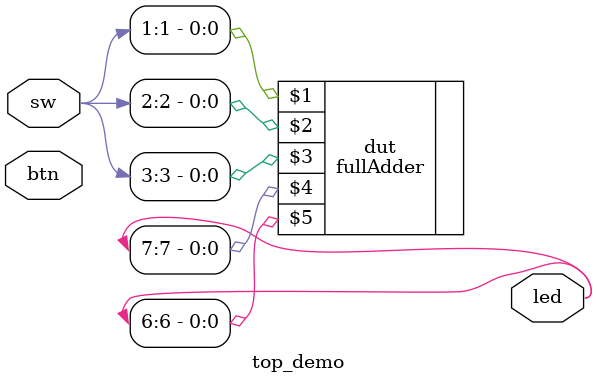
<source format=sv>
`timescale 1ns / 1ps


module top_demo
(
  input  logic [3:0] sw,
  input  logic [3:0] btn,
  output logic [7:0] led
);

  fullAdder dut (sw[1], sw[2], sw[3], led[7], led[6]);

endmodule

</source>
